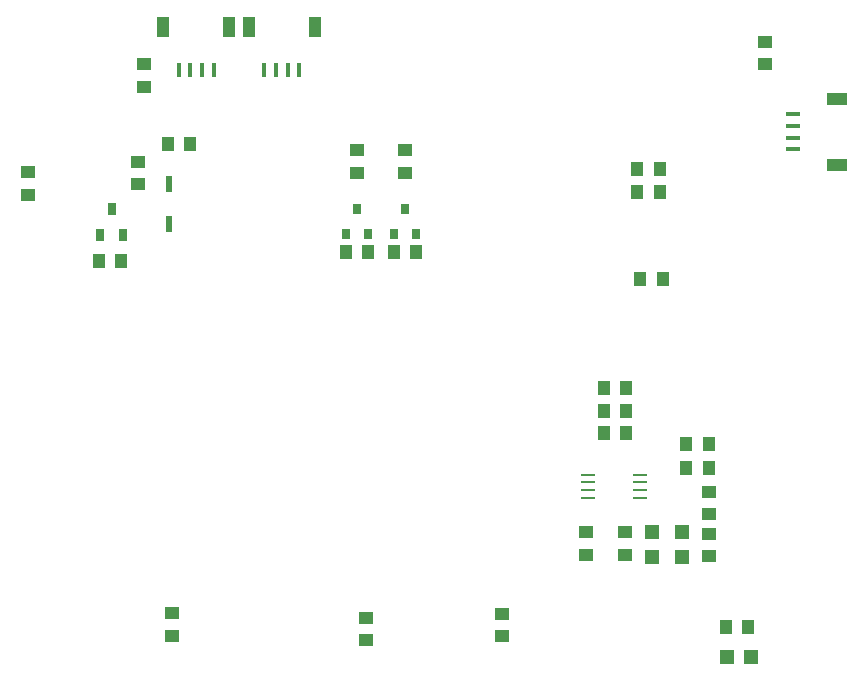
<source format=gtp>
G04 DipTrace 3.3.1.3*
G04 T4-T36-Breakout-Robotshop.gtp*
%MOIN*%
G04 #@! TF.FileFunction,Paste,Top*
G04 #@! TF.Part,Single*
%ADD45R,0.047244X0.047244*%
%ADD48R,0.031496X0.035433*%
%ADD70R,0.047238X0.007868*%
%ADD86R,0.025585X0.043301*%
%ADD90R,0.04527X0.015742*%
%ADD92R,0.07086X0.039364*%
%ADD94R,0.015742X0.04527*%
%ADD96R,0.039364X0.07086*%
%ADD108R,0.023616X0.055112*%
%ADD114R,0.043301X0.051175*%
%ADD116R,0.051175X0.043301*%
%FSLAX26Y26*%
G04*
G70*
G90*
G75*
G01*
G04 TopPaste*
%LPD*%
D116*
X3518700Y2443700D3*
Y2518503D3*
X2923700Y883700D3*
Y808897D3*
X2188700Y598700D3*
Y523897D3*
X1063700Y2008897D3*
Y2083700D3*
D114*
X1528700Y2178700D3*
X1603503D3*
D116*
X1448700Y2368700D3*
Y2443503D3*
X1543700Y613700D3*
Y538897D3*
X2643700Y611102D3*
Y536298D3*
D114*
X3103700Y1728700D3*
X3178503D3*
D108*
X1533700Y2043700D3*
Y1909842D3*
D96*
X1733700Y2568385D3*
X1513228D3*
D94*
X1682519Y2423700D3*
X1643149D3*
X1603779D3*
X1564409D3*
D96*
X2018700Y2568385D3*
X1798228D3*
D94*
X1967519Y2423700D3*
X1928149D3*
X1888779D3*
X1849409D3*
D92*
X3758700Y2108464D3*
Y2328936D3*
D90*
X3614015Y2159645D3*
Y2199015D3*
Y2238385D3*
Y2277755D3*
D45*
X3143700Y885039D3*
Y802361D3*
X3243700Y885039D3*
Y802361D3*
X3391220Y468700D3*
X3473897D3*
D86*
X1303700Y1873700D3*
X1378503D3*
X1341102Y1960314D3*
D48*
X2281298Y1879330D3*
X2356102D3*
X2318700Y1962007D3*
X2121298Y1879330D3*
X2196102D3*
X2158700Y1962007D3*
D114*
X3093700Y2093700D3*
X3168503D3*
X3168700Y2018700D3*
X3093897D3*
X1298700Y1788700D3*
X1373503D3*
D116*
X1428700Y2043700D3*
Y2118503D3*
D114*
X3463700Y568700D3*
X3388897D3*
X3056102Y1363700D3*
X2981298D3*
D116*
X3053700Y883700D3*
Y808897D3*
X3333700Y943700D3*
Y1018503D3*
D114*
X2196102Y1818700D3*
X2121298D3*
X3056102Y1288700D3*
X2981298D3*
X3256298Y1178700D3*
X3331102D3*
X3256298Y1098700D3*
X3331102D3*
X3056102Y1213700D3*
X2981298D3*
X2281298Y1818700D3*
X2356102D3*
D116*
X2318700Y2081298D3*
Y2156102D3*
X2158700Y2081298D3*
Y2156102D3*
X3333700Y878700D3*
Y803897D3*
D70*
X3103700Y998700D3*
Y1024291D3*
Y1049881D3*
Y1075472D3*
X2930472D3*
Y1049881D3*
Y1024291D3*
Y998700D3*
M02*

</source>
